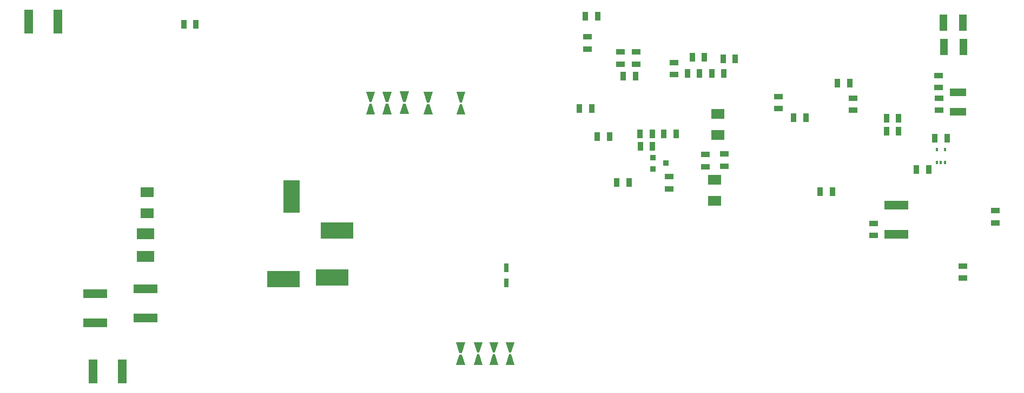
<source format=gbp>
G04 (created by PCBNEW (2013-07-07 BZR 4022)-stable) date 3/25/2014 12:52:53 AM*
%MOIN*%
G04 Gerber Fmt 3.4, Leading zero omitted, Abs format*
%FSLAX34Y34*%
G01*
G70*
G90*
G04 APERTURE LIST*
%ADD10C,0.006*%
%ADD11R,0.035X0.055*%
%ADD12R,0.012X0.02*%
%ADD13R,0.08X0.06*%
%ADD14R,0.036X0.036*%
%ADD15R,0.15X0.055*%
%ADD16R,0.055X0.035*%
%ADD17R,0.055X0.15*%
%ADD18R,0.11X0.07*%
%ADD19R,0.0255906X0.0531496*%
%ADD20R,0.2X0.1*%
%ADD21R,0.1X0.2*%
%ADD22R,0.05X0.1*%
%ADD23R,0.1X0.05*%
G04 APERTURE END LIST*
G54D10*
G54D11*
X68169Y-55935D03*
X68919Y-55935D03*
X68175Y-56720D03*
X68925Y-56720D03*
X86325Y-56200D03*
X87075Y-56200D03*
G54D12*
X86950Y-57700D03*
X86450Y-57700D03*
X86950Y-56900D03*
X86700Y-57700D03*
X86450Y-56900D03*
G54D13*
X72772Y-58768D03*
X72772Y-60068D03*
X72961Y-54713D03*
X72961Y-56013D03*
G54D11*
X65175Y-54370D03*
X64425Y-54370D03*
X78383Y-54930D03*
X77633Y-54930D03*
X84105Y-54960D03*
X83355Y-54960D03*
X69625Y-55951D03*
X70375Y-55951D03*
G54D14*
X68963Y-57400D03*
X68963Y-58100D03*
X69763Y-57750D03*
G54D15*
X83955Y-62130D03*
X83955Y-60330D03*
G54D16*
X82545Y-62205D03*
X82545Y-61455D03*
X69960Y-59325D03*
X69960Y-58575D03*
G54D17*
X30500Y-49000D03*
X32300Y-49000D03*
G54D15*
X37700Y-67300D03*
X37700Y-65500D03*
G54D17*
X34470Y-70610D03*
X36270Y-70610D03*
G54D15*
X34600Y-67600D03*
X34600Y-65800D03*
G54D18*
X37700Y-63500D03*
X37700Y-62100D03*
G54D11*
X40805Y-49155D03*
X40055Y-49155D03*
G54D13*
X37800Y-60850D03*
X37800Y-59550D03*
G54D11*
X73275Y-51300D03*
X74025Y-51300D03*
X65545Y-48660D03*
X64795Y-48660D03*
G54D16*
X67920Y-50885D03*
X67920Y-51635D03*
X73342Y-57935D03*
X73342Y-57185D03*
X72204Y-57211D03*
X72204Y-57961D03*
G54D11*
X72575Y-52200D03*
X73325Y-52200D03*
G54D16*
X86600Y-53725D03*
X86600Y-54475D03*
X86560Y-52335D03*
X86560Y-53085D03*
G54D11*
X81075Y-52800D03*
X80325Y-52800D03*
G54D16*
X81300Y-54475D03*
X81300Y-53725D03*
X66970Y-51635D03*
X66970Y-50885D03*
G54D11*
X67875Y-52360D03*
X67125Y-52360D03*
G54D16*
X70250Y-52275D03*
X70250Y-51525D03*
G54D11*
X71825Y-52200D03*
X71075Y-52200D03*
X72125Y-51200D03*
X71375Y-51200D03*
G54D16*
X64910Y-50695D03*
X64910Y-49945D03*
G54D19*
X59920Y-65150D03*
X59920Y-64205D03*
G54D16*
X88050Y-64100D03*
X88050Y-64850D03*
X76700Y-53625D03*
X76700Y-54375D03*
G54D11*
X83355Y-55760D03*
X84105Y-55760D03*
G54D20*
X49500Y-61900D03*
X49200Y-64800D03*
X46200Y-64900D03*
G54D21*
X46700Y-59800D03*
G54D10*
G36*
X59875Y-68800D02*
X60425Y-68800D01*
X60225Y-69450D01*
X60075Y-69450D01*
X59875Y-68800D01*
X59875Y-68800D01*
G37*
G36*
X60225Y-69550D02*
X60425Y-70200D01*
X59875Y-70200D01*
X60075Y-69550D01*
X60225Y-69550D01*
X60225Y-69550D01*
G37*
G36*
X58875Y-68800D02*
X59425Y-68800D01*
X59225Y-69450D01*
X59075Y-69450D01*
X58875Y-68800D01*
X58875Y-68800D01*
G37*
G36*
X59225Y-69550D02*
X59425Y-70200D01*
X58875Y-70200D01*
X59075Y-69550D01*
X59225Y-69550D01*
X59225Y-69550D01*
G37*
G36*
X57915Y-68800D02*
X58465Y-68800D01*
X58265Y-69450D01*
X58115Y-69450D01*
X57915Y-68800D01*
X57915Y-68800D01*
G37*
G36*
X58265Y-69550D02*
X58465Y-70200D01*
X57915Y-70200D01*
X58115Y-69550D01*
X58265Y-69550D01*
X58265Y-69550D01*
G37*
G36*
X56835Y-68820D02*
X57385Y-68820D01*
X57185Y-69470D01*
X57035Y-69470D01*
X56835Y-68820D01*
X56835Y-68820D01*
G37*
G36*
X57185Y-69570D02*
X57385Y-70220D01*
X56835Y-70220D01*
X57035Y-69570D01*
X57185Y-69570D01*
X57185Y-69570D01*
G37*
G36*
X54835Y-53350D02*
X55385Y-53350D01*
X55185Y-54000D01*
X55035Y-54000D01*
X54835Y-53350D01*
X54835Y-53350D01*
G37*
G36*
X55185Y-54100D02*
X55385Y-54750D01*
X54835Y-54750D01*
X55035Y-54100D01*
X55185Y-54100D01*
X55185Y-54100D01*
G37*
G36*
X52305Y-53330D02*
X52855Y-53330D01*
X52655Y-53980D01*
X52505Y-53980D01*
X52305Y-53330D01*
X52305Y-53330D01*
G37*
G36*
X52655Y-54080D02*
X52855Y-54730D01*
X52305Y-54730D01*
X52505Y-54080D01*
X52655Y-54080D01*
X52655Y-54080D01*
G37*
G36*
X53365Y-53320D02*
X53915Y-53320D01*
X53715Y-53970D01*
X53565Y-53970D01*
X53365Y-53320D01*
X53365Y-53320D01*
G37*
G36*
X53715Y-54070D02*
X53915Y-54720D01*
X53365Y-54720D01*
X53565Y-54070D01*
X53715Y-54070D01*
X53715Y-54070D01*
G37*
G36*
X56845Y-53350D02*
X57395Y-53350D01*
X57195Y-54000D01*
X57045Y-54000D01*
X56845Y-53350D01*
X56845Y-53350D01*
G37*
G36*
X57195Y-54100D02*
X57395Y-54750D01*
X56845Y-54750D01*
X57045Y-54100D01*
X57195Y-54100D01*
X57195Y-54100D01*
G37*
G36*
X51275Y-53330D02*
X51825Y-53330D01*
X51625Y-53980D01*
X51475Y-53980D01*
X51275Y-53330D01*
X51275Y-53330D01*
G37*
G36*
X51625Y-54080D02*
X51825Y-54730D01*
X51275Y-54730D01*
X51475Y-54080D01*
X51625Y-54080D01*
X51625Y-54080D01*
G37*
G54D16*
X90045Y-60675D03*
X90045Y-61425D03*
G54D22*
X88070Y-49080D03*
X86870Y-49080D03*
X88095Y-50580D03*
X86895Y-50580D03*
G54D23*
X87750Y-54555D03*
X87750Y-53355D03*
G54D11*
X66735Y-58930D03*
X67485Y-58930D03*
X66285Y-56120D03*
X65535Y-56120D03*
X85200Y-58145D03*
X85950Y-58145D03*
X79260Y-59505D03*
X80010Y-59505D03*
M02*

</source>
